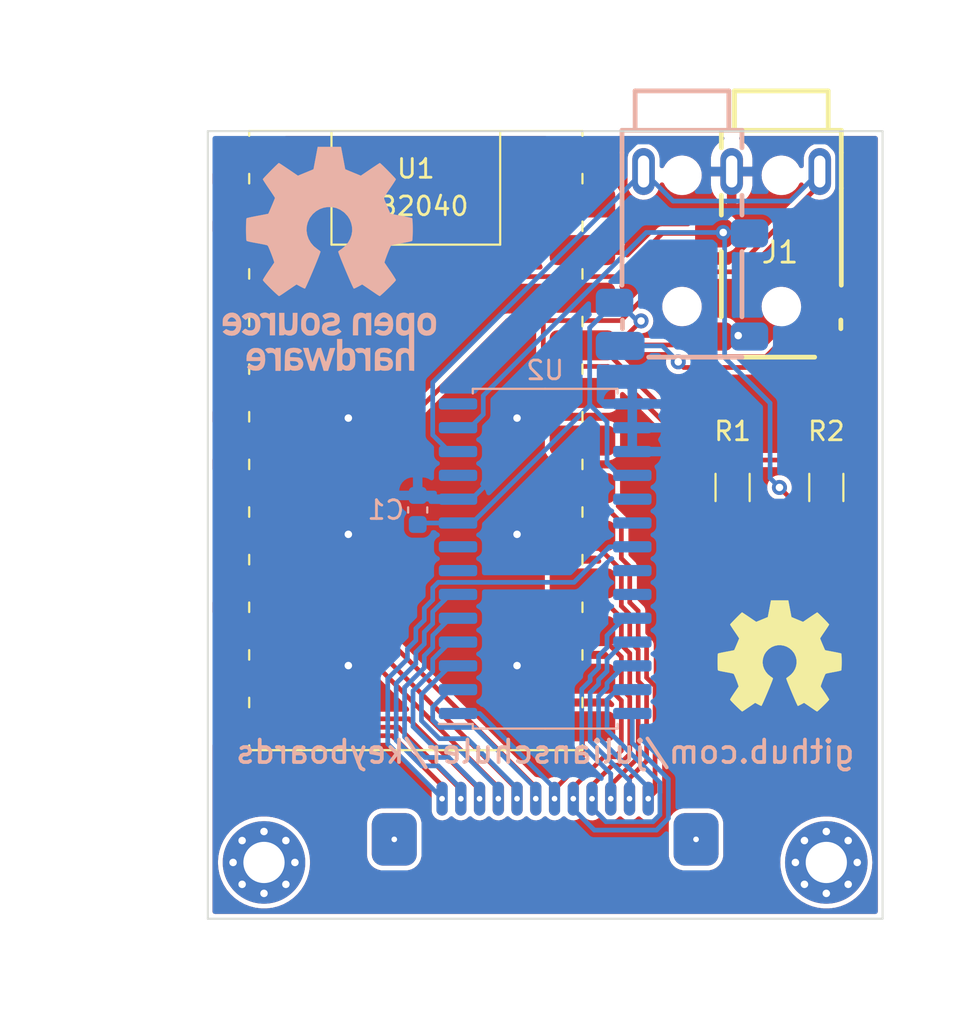
<source format=kicad_pcb>
(kicad_pcb (version 20211014) (generator pcbnew)
  (layers (0 "F.Cu" signal) (31 "B.Cu" signal) (34 "B.Paste" user) (35 "F.Paste" user) (36 "B.SilkS" user "B.Silkscreen") (37 "F.SilkS" user "F.Silkscreen") (38 "B.Mask" user) (39 "F.Mask" user) (44 "Edge.Cuts" user))
  (net 0 "")
  (net 1 "GND")
  (net 2 "/SDA")
  (net 3 "+3V3")
  (net 4 "/SCL")
  (net 5 "unconnected-(J1-PadRN)")
  (net 6 "/ROW1")
  (net 7 "/COL1")
  (net 8 "/COL2")
  (net 9 "/COL3")
  (net 10 "/COL4")
  (net 11 "/COL5")
  (net 12 "/COL6")
  (net 13 "/ROW2")
  (net 14 "/ROW3")
  (net 15 "/ROW4")
  (net 16 "/ROW5")
  (net 17 "/ROW6")
  (net 29 "unconnected-(J1-PadTN)")
  (footprint "MountingHole:MountingHole_2.2mm_M2_Pad_Via" (layer "F.Cu") (at 166 115)
    (fp_text reference "H2" hide)
    (fp_text value "MountingHole_Pad")
    (pad "1" thru_hole circle (at 1.166726 1.166726) (size 0.7 0.7) (drill 0.4) (layers *.Cu *.Mask))
    (pad "1" thru_hole circle (at 0 0) (size 4.4 4.4) (drill 2.2) (layers *.Cu *.Mask))
    (pad "1" thru_hole circle (at 0 1.65) (size 0.7 0.7) (drill 0.4) (layers *.Cu *.Mask))
    (pad "1" thru_hole circle (at 1.166726 -1.166726) (size 0.7 0.7) (drill 0.4) (layers *.Cu *.Mask))
    (pad "1" thru_hole circle (at -1.166726 -1.166726) (size 0.7 0.7) (drill 0.4) (layers *.Cu *.Mask))
    (pad "1" thru_hole circle (at 1.65 0) (size 0.7 0.7) (drill 0.4) (layers *.Cu *.Mask))
    (pad "1" thru_hole circle (at 0 -1.65) (size 0.7 0.7) (drill 0.4) (layers *.Cu *.Mask))
    (pad "1" thru_hole circle (at -1.65 0) (size 0.7 0.7) (drill 0.4) (layers *.Cu *.Mask))
    (pad "1" thru_hole circle (at -1.166726 1.166726) (size 0.7 0.7) (drill 0.4) (layers *.Cu *.Mask))
  )
  (footprint "Custom:Audio_Jack_Dual_Side" (layer "F.Cu") (at 163.6 82.8 -90)
    (fp_text reference "J1" (at -0.3385 1.15) (layer "F.SilkS") (effects (font (size 1.143 1.143) (thickness 0.152)) (justify left)))
    (fp_text value "Audio_Jack" hide)
    (pad "" np_thru_hole circle locked (at -4.45 5.3) (size 1.6 1.6) (drill 1.6) (layers *.Cu *.Mask))
    (pad "" np_thru_hole circle locked (at 2.55 0) (size 1.6 1.6) (drill 1.6) (layers *.Cu *.Mask))
    (pad "" np_thru_hole circle locked (at 2.55 5.3) (size 1.6 1.6) (drill 1.6) (layers *.Cu *.Mask))
    (pad "" np_thru_hole circle locked (at -4.45 0) (size 1.6 1.6) (drill 1.6) (layers *.Cu *.Mask))
    (pad "G" thru_hole oval locked (at -4.65 2.65) (size 1.2 2.5) (drill oval 0.6 1.7) (layers *.Cu *.Mask) (net 1 "GND"))
    (pad "R" smd roundrect locked (at -1.35 1.7) (size 2 1.5) (layers "B.Cu" "B.Paste" "B.Mask") (net 2 "/SDA"))
    (pad "R" smd roundrect locked (at -1.35 3.6) (size 2 1.5) (layers "F.Cu" "F.Paste" "F.Mask") (net 2 "/SDA"))
    (pad "RN" smd roundrect locked (at 4.15 1.7) (size 2 1.5) (layers "B.Cu" "B.Paste" "B.Mask") (net 5 "unconnected-(J1-PadRN)"))
    (pad "RN" smd roundrect locked (at 4.15 3.6) (size 2 1.5) (layers "F.Cu" "F.Paste" "F.Mask") (net 5 "unconnected-(J1-PadRN)"))
    (pad "S" thru_hole oval locked (at -4.65 -2.05) (size 1.2 2.5) (drill oval 0.6 1.7) (layers *.Cu *.Mask) (net 4 "/SCL"))
    (pad "S" thru_hole oval locked (at -4.65 7.35) (size 1.2 2.5) (drill oval 0.6 1.7) (layers *.Cu *.Mask) (net 4 "/SCL"))
    (pad "T" smd roundrect locked (at 2.35 -3.6) (size 2 1.5) (layers "F.Cu" "F.Paste" "F.Mask") (net 3 "+3V3"))
    (pad "T" smd roundrect locked (at 2.35 8.9) (size 2 1.5) (layers "B.Cu" "B.Paste" "B.Mask") (net 3 "+3V3"))
    (pad "TN" smd roundrect locked (at 4.65 -3.3) (size 2.6 1.5) (layers "F.Cu" "F.Paste" "F.Mask") (net 29 "unconnected-(J1-PadTN)"))
    (pad "TN" smd roundrect locked (at 4.65 8.6) (size 2.6 1.5) (layers "B.Cu" "B.Paste" "B.Mask") (net 29 "unconnected-(J1-PadTN)"))
  )
  (footprint "Custom:FPC_Connector" (layer "F.Cu") (at 151 111.6)
    (fp_text reference "J2")
    (fp_text value "FPC_connector" hide)
    (pad "1" thru_hole oval (at -5.5 0 180) (size 0.6 1.8) (drill 0.3) (layers *.Cu *.Paste *.Mask) (net 6 "/ROW1"))
    (pad "2" thru_hole oval (at -4.5 0 180) (size 0.6 1.8) (drill 0.3) (layers *.Cu *.Paste *.Mask) (net 7 "/COL1"))
    (pad "3" thru_hole oval (at -3.5 0 180) (size 0.6 1.8) (drill 0.3) (layers *.Cu *.Paste *.Mask) (net 8 "/COL2"))
    (pad "4" thru_hole oval (at -2.5 0 180) (size 0.6 1.8) (drill 0.3) (layers *.Cu *.Paste *.Mask) (net 9 "/COL3"))
    (pad "5" thru_hole oval (at -1.5 0 180) (size 0.6 1.8) (drill 0.3) (layers *.Cu *.Paste *.Mask) (net 10 "/COL4"))
    (pad "6" thru_hole oval (at -0.5 0 180) (size 0.6 1.8) (drill 0.3) (layers *.Cu *.Paste *.Mask) (net 11 "/COL5"))
    (pad "7" thru_hole oval (at 0.5 0 180) (size 0.6 1.8) (drill 0.3) (layers *.Cu *.Paste *.Mask) (net 12 "/COL6"))
    (pad "8" thru_hole oval (at 1.5 0 180) (size 0.6 1.8) (drill 0.3) (layers *.Cu *.Paste *.Mask) (net 13 "/ROW2"))
    (pad "9" thru_hole oval (at 2.5 0 180) (size 0.6 1.8) (drill 0.3) (layers *.Cu *.Paste *.Mask) (net 14 "/ROW3"))
    (pad "10" thru_hole oval (at 3.5 0 180) (size 0.6 1.8) (drill 0.3) (layers *.Cu *.Paste *.Mask) (net 15 "/ROW4"))
    (pad "11" thru_hole oval (at 4.5 0 180) (size 0.6 1.8) (drill 0.3) (layers *.Cu *.Paste *.Mask) (net 16 "/ROW5"))
    (pad "12" thru_hole oval (at 5.498 -0.001 180) (size 0.6 1.8) (drill 0.3) (layers *.Cu *.Paste *.Mask) (net 17 "/ROW6"))
    (pad "13" thru_hole roundrect (at -8.05 2.169) (size 2.4 2.8) (drill 0.3) (layers *.Cu *.Paste *.Mask))
    (pad "14" thru_hole roundrect (at 8.05 2.169) (size 2.4 2.8) (drill 0.3) (layers *.Cu *.Paste *.Mask) (chamfer_ratio 0.2) (chamfer))
  )
  (footprint "MountingHole:MountingHole_2.2mm_M2_Pad_Via" (layer "F.Cu") (at 136 115)
    (fp_text reference "H1" hide)
    (fp_text value "MountingHole_Pad")
    (pad "1" thru_hole circle (at -1.65 0) (size 0.7 0.7) (drill 0.4) (layers *.Cu *.Mask))
    (pad "1" thru_hole circle (at 0 0) (size 4.4 4.4) (drill 2.2) (layers *.Cu *.Mask))
    (pad "1" thru_hole circle (at 1.166726 1.166726) (size 0.7 0.7) (drill 0.4) (layers *.Cu *.Mask))
    (pad "1" thru_hole circle (at -1.166726 1.166726) (size 0.7 0.7) (drill 0.4) (layers *.Cu *.Mask))
    (pad "1" thru_hole circle (at 0 1.65) (size 0.7 0.7) (drill 0.4) (layers *.Cu *.Mask))
    (pad "1" thru_hole circle (at -1.166726 -1.166726) (size 0.7 0.7) (drill 0.4) (layers *.Cu *.Mask))
    (pad "1" thru_hole circle (at 1.166726 -1.166726) (size 0.7 0.7) (drill 0.4) (layers *.Cu *.Mask))
    (pad "1" thru_hole circle (at 1.65 0) (size 0.7 0.7) (drill 0.4) (layers *.Cu *.Mask))
    (pad "1" thru_hole circle (at 0 -1.65) (size 0.7 0.7) (drill 0.4) (layers *.Cu *.Mask))
  )
  (footprint "Symbol:OSHW-Symbol_6.7x6mm_SilkScreen" (layer "F.Cu") (at 163.5 104)
    (fp_text reference "REF**" hide)
    (fp_text value "OSHW-Symbol_6.7x6mm_SilkScreen" hide)
  )
  (footprint "Custom:Adafruit_KB2040" (layer "F.Cu") (at 144.1 92.5)
    (fp_text reference "U1" (at 0 -14.5 unlocked) (layer "F.SilkS"))
    (fp_text value "Adafruit_KB2040")
    (fp_text user "KB2040" (at -0.1 -12.5 unlocked) (layer "F.SilkS"))
    (pad "1" smd roundrect (at -8.89 -15.24) (size 3.5 1.6) (layers "F.Cu" "F.Paste" "F.Mask"))
    (pad "2" smd roundrect (at -8.89 -12.7) (size 3.5 1.6) (layers "F.Cu" "F.Paste" "F.Mask"))
    (pad "3" smd roundrect (at -8.89 -10.16) (size 3.5 1.6) (layers "F.Cu" "F.Paste" "F.Mask"))
    (pad "4" smd roundrect (at -8.89 -7.62) (size 3.5 1.6) (layers "F.Cu" "F.Paste" "F.Mask") (net 1 "GND"))
    (pad "5" smd roundrect (at -8.89 -5.08) (size 3.5 1.6) (layers "F.Cu" "F.Paste" "F.Mask") (net 1 "GND"))
    (pad "6" smd roundrect (at -8.89 -2.54) (size 3.5 1.6) (layers "F.Cu" "F.Paste" "F.Mask") (net 2 "/SDA"))
    (pad "7" smd roundrect (at -8.89 0) (size 3.5 1.6) (layers "F.Cu" "F.Paste" "F.Mask") (net 4 "/SCL"))
    (pad "8" smd roundrect (at -8.89 2.54) (size 3.5 1.6) (layers "F.Cu" "F.Paste" "F.Mask") (net 11 "/COL5"))
    (pad "9" smd roundrect (at -8.89 5.08) (size 3.5 1.6) (layers "F.Cu" "F.Paste" "F.Mask") (net 10 "/COL4"))
    (pad "10" smd roundrect (at -8.89 7.62) (size 3.5 1.6) (layers "F.Cu" "F.Paste" "F.Mask") (net 9 "/COL3"))
    (pad "11" smd roundrect (at -8.89 10.16) (size 3.5 1.6) (layers "F.Cu" "F.Paste" "F.Mask") (net 8 "/COL2"))
    (pad "12" smd roundrect (at -8.89 12.7) (size 3.5 1.6) (layers "F.Cu" "F.Paste" "F.Mask") (net 7 "/COL1"))
    (pad "13" smd roundrect (at -8.89 15.24) (size 3.5 1.6) (layers "F.Cu" "F.Paste" "F.Mask") (net 6 "/ROW1"))
    (pad "14" smd roundrect (at 8.89 15.24) (size 3.5 1.6) (layers "F.Cu" "F.Paste" "F.Mask") (net 12 "/COL6"))
    (pad "15" smd roundrect (at 8.89 12.7) (size 3.5 1.6) (layers "F.Cu" "F.Paste" "F.Mask") (net 13 "/ROW2"))
    (pad "16" smd roundrect (at 8.89 10.16) (size 3.5 1.6) (layers "F.Cu" "F.Paste" "F.Mask") (net 14 "/ROW3"))
    (pad "17" smd roundrect (at 8.89 7.62) (size 3.5 1.6) (layers "F.Cu" "F.Paste" "F.Mask") (net 15 "/ROW4"))
    (pad "18" smd roundrect (at 8.89 5.08) (size 3.5 1.6) (layers "F.Cu" "F.Paste" "F.Mask") (net 16 "/ROW5"))
    (pad "19" smd roundrect (at 8.89 2.54) (size 3.5 1.6) (layers "F.Cu" "F.Paste" "F.Mask") (net 17 "/ROW6"))
    (pad "20" smd roundrect (at 8.89 0) (size 3.5 1.6) (layers "F.Cu" "F.Paste" "F.Mask"))
    (pad "21" smd roundrect (at 8.89 -2.54) (size 3.5 1.6) (layers "F.Cu" "F.Paste" "F.Mask"))
    (pad "22" smd roundrect (at 8.89 -5.08) (size 3.5 1.6) (layers "F.Cu" "F.Paste" "F.Mask") (net 3 "+3V3"))
    (pad "23" smd roundrect (at 8.89 -7.62) (size 3.5 1.6) (layers "F.Cu" "F.Paste" "F.Mask"))
    (pad "24" smd roundrect (at 8.89 -10.16) (size 3.5 1.6) (layers "F.Cu" "F.Paste" "F.Mask") (net 1 "GND"))
    (pad "25" smd roundrect (at 8.89 -12.7) (size 3.5 1.6) (layers "F.Cu" "F.Paste" "F.Mask"))
    (pad "26" smd roundrect (at 8.89 -15.24) (size 3.5 1.6) (layers "F.Cu" "F.Paste" "F.Mask"))
  )
  (footprint "Resistor_SMD:R_1206_3216Metric" (layer "F.Cu") (at 161 95 90)
    (fp_text reference "R1" (at 3 0 180) (layer "F.SilkS"))
    (fp_text value "1k")
    (pad "1" smd roundrect (at -1.4625 0 90) (size 1.125 1.75) (layers "F.Cu" "F.Paste" "F.Mask") (roundrect_rratio 0.222222) (net 4 "/SCL"))
    (pad "2" smd roundrect (at 1.4625 0 90) (size 1.125 1.75) (layers "F.Cu" "F.Paste" "F.Mask") (roundrect_rratio 0.222222) (net 3 "+3V3"))
  )
  (footprint "Resistor_SMD:R_1206_3216Metric" (layer "F.Cu") (at 166 95 90)
    (fp_text reference "R2" (at 3 0 180) (layer "F.SilkS"))
    (fp_text value "1k")
    (pad "1" smd roundrect (at -1.4625 0 90) (size 1.125 1.75) (layers "F.Cu" "F.Paste" "F.Mask") (roundrect_rratio 0.222222) (net 2 "/SDA"))
    (pad "2" smd roundrect (at 1.4625 0 90) (size 1.125 1.75) (layers "F.Cu" "F.Paste" "F.Mask") (roundrect_rratio 0.222222) (net 3 "+3V3"))
  )
  (footprint "Package_SO:SOIC-28W_7.5x17.9mm_P1.27mm" (layer "B.Cu") (at 151 98.8)
    (fp_text reference "U2" (at 0 -10.05 180) (layer "B.SilkS") (effects (justify mirror)))
    (fp_text value "MCP23017_SO")
    (pad "1" smd roundrect locked (at -4.65 8.255) (size 2.05 0.6) (layers "B.Cu" "B.Paste" "B.Mask") (net 12 "/COL6"))
    (pad "2" smd roundrect locked (at -4.65 6.985) (size 2.05 0.6) (layers "B.Cu" "B.Paste" "B.Mask") (net 11 "/COL5"))
    (pad "3" smd roundrect locked (at -4.65 5.715) (size 2.05 0.6) (layers "B.Cu" "B.Paste" "B.Mask") (net 10 "/COL4"))
    (pad "4" smd roundrect locked (at -4.65 4.445) (size 2.05 0.6) (layers "B.Cu" "B.Paste" "B.Mask") (net 9 "/COL3"))
    (pad "5" smd roundrect locked (at -4.65 3.175) (size 2.05 0.6) (layers "B.Cu" "B.Paste" "B.Mask") (net 8 "/COL2"))
    (pad "6" smd roundrect locked (at -4.65 1.905) (size 2.05 0.6) (layers "B.Cu" "B.Paste" "B.Mask") (net 7 "/COL1"))
    (pad "7" smd roundrect locked (at -4.65 0.635) (size 2.05 0.6) (layers "B.Cu" "B.Paste" "B.Mask"))
    (pad "8" smd roundrect locked (at -4.65 -0.635) (size 2.05 0.6) (layers "B.Cu" "B.Paste" "B.Mask"))
    (pad "9" smd roundrect locked (at -4.65 -1.905) (size 2.05 0.6) (layers "B.Cu" "B.Paste" "B.Mask") (net 3 "+3V3"))
    (pad "10" smd roundrect locked (at -4.65 -3.175) (size 2.05 0.6) (layers "B.Cu" "B.Paste" "B.Mask") (net 1 "GND"))
    (pad "11" smd roundrect locked (at -4.65 -4.445) (size 2.05 0.6) (layers "B.Cu" "B.Paste" "B.Mask"))
    (pad "12" smd roundrect locked (at -4.65 -5.715) (size 2.05 0.6) (layers "B.Cu" "B.Paste" "B.Mask") (net 4 "/SCL"))
    (pad "13" smd roundrect locked (at -4.65 -6.985) (size 2.05 0.6) (layers "B.Cu" "B.Paste" "B.Mask") (net 2 "/SDA"))
    (pad "14" smd roundrect locked (at -4.65 -8.255) (size 2.05 0.6) (layers "B.Cu" "B.Paste" "B.Mask"))
    (pad "15" smd roundrect locked (at 4.65 -8.255) (size 2.05 0.6) (layers "B.Cu" "B.Paste" "B.Mask") (net 1 "GND"))
    (pad "16" smd roundrect locked (at 4.65 -6.985) (size 2.05 0.6) (layers "B.Cu" "B.Paste" "B.Mask") (net 1 "GND"))
    (pad "17" smd roundrect locked (at 4.65 -5.715) (size 2.05 0.6) (layers "B.Cu" "B.Paste" "B.Mask") (net 1 "GND"))
    (pad "18" smd roundrect locked (at 4.65 -4.445) (size 2.05 0.6) (layers "B.Cu" "B.Paste" "B.Mask") (net 3 "+3V3"))
    (pad "19" smd roundrect locked (at 4.65 -3.175) (size 2.05 0.6) (layers "B.Cu" "B.Paste" "B.Mask"))
    (pad "20" smd roundrect locked (at 4.65 -1.905) (size 2.05 0.6) (layers "B.Cu" "B.Paste" "B.Mask"))
    (pad "21" smd roundrect locked (at 4.65 -0.635) (size 2.05 0.6) (layers "B.Cu" "B.Paste" "B.Mask") (net 6 "/ROW1"))
    (pad "22" smd roundrect locked (at 4.65 0.635) (size 2.05 0.6) (layers "B.Cu" "B.Paste" "B.Mask"))
    (pad "23" smd roundrect locked (at 4.65 1.905) (size 2.05 0.6) (layers "B.Cu" "B.Paste" "B.Mask"))
    (pad "24" smd roundrect locked (at 4.65 3.175) (size 2.05 0.6) (layers "B.Cu" "B.Paste" "B.Mask") (net 15 "/ROW4"))
    (pad "25" smd roundrect locked (at 4.65 4.445) (size 2.05 0.6) (layers "B.Cu" "B.Paste" "B.Mask") (net 16 "/ROW5"))
    (pad "26" smd roundrect locked (at 4.65 5.715) (size 2.05 0.6) (layers "B.Cu" "B.Paste" "B.Mask") (net 17 "/ROW6"))
    (pad "27" smd roundrect locked (at 4.65 6.985) (size 2.05 0.6) (layers "B.Cu" "B.Paste" "B.Mask") (net 14 "/ROW3"))
    (pad "28" smd roundrect locked (at 4.65 8.255) (size 2.05 0.6) (layers "B.Cu" "B.Paste" "B.Mask") (net 13 "/ROW2"))
  )
  (footprint "Symbol:OSHW-Logo_11.4x12mm_SilkScreen" (layer "B.Cu") (at 139.5 82.8 180)
    (fp_text reference "REF**" hide)
    (fp_text value "OSHW-Logo_11.4x12mm_SilkScreen" hide)
  )
  (footprint "Capacitor_SMD:C_0603_1608Metric" (layer "B.Cu") (at 144.2 96.2 90)
    (fp_text reference "C1" (at 0 -1.7 180) (layer "B.SilkS") (effects (justify mirror)))
    (fp_text value "100n")
    (pad "1" smd roundrect locked (at -0.775 0 90) (size 0.9 0.95) (layers "B.Cu" "B.Paste" "B.Mask") (net 3 "+3V3"))
    (pad "2" smd roundrect locked (at 0.775 0 90) (size 0.9 0.95) (layers "B.Cu" "B.Paste" "B.Mask") (net 1 "GND"))
  )
  (gr_line (start 133 76) (end 133 118) (layer "Edge.Cuts") (width 0.1))
  (gr_line (start 169 76) (end 133 76) (layer "Edge.Cuts") (width 0.1))
  (gr_line (start 133 118) (end 169 118) (layer "Edge.Cuts") (width 0.1))
  (gr_line (start 169 118) (end 169 76) (layer "Edge.Cuts") (width 0.1))
  (gr_text "github.com/julianschuler/keyboards" (at 151 109.1) (layer "B.SilkS") (effects (font (size 1.2 1.2) (thickness 0.2)) (justify mirror)))
  (segment (start 160.95 79.85) (end 160.5 80.3) (width 0.25) (layer "F.Cu") (net 1))
  (segment (start 142.92 84.88) (end 145.46 82.34) (width 0.25) (layer "F.Cu") (net 1))
  (segment (start 145.46 82.34) (end 152.99 82.34) (width 0.25) (layer "F.Cu") (net 1))
  (segment (start 160.95 78.15) (end 160.95 79.85) (width 0.25) (layer "F.Cu") (net 1))
  (segment (start 149.5 97.5) (end 149.5 104.5) (width 0.25) (layer "F.Cu") (net 1))
  (segment (start 160.5 80.3) (end 157.641071 80.3) (width 0.25) (layer "F.Cu") (net 1))
  (segment (start 135.21 84.88) (end 142.92 84.88) (width 0.25) (layer "F.Cu") (net 1))
  (segment (start 155.601071 82.34) (end 152.99 82.34) (width 0.25) (layer "F.Cu") (net 1))
  (segment (start 157.641071 80.3) (end 155.601071 82.34) (width 0.25) (layer "F.Cu") (net 1))
  (segment (start 149.5 91.3) (end 149.5 97.5) (width 0.25) (layer "F.Cu") (net 1))
  (segment (start 135.21 87.42) (end 135.21 84.88) (width 0.25) (layer "F.Cu") (net 1))
  (via (at 140.5 97.5) (size 0.8) (drill 0.4) (layers "F.Cu" "B.Cu") (net 1))
  (via (at 149.5 104.5) (size 0.8) (drill 0.4) (layers "F.Cu" "B.Cu") (net 1))
  (via (at 149.5 91.3) (size 0.8) (drill 0.4) (layers "F.Cu" "B.Cu") (net 1))
  (via (at 140.5 104.5) (size 0.8) (drill 0.4) (layers "F.Cu" "B.Cu") (net 1))
  (via (at 149.5 97.5) (size 0.8) (drill 0.4) (layers "F.Cu" "B.Cu") (net 1))
  (via (at 140.5 91.3) (size 0.8) (drill 0.4) (layers "F.Cu" "B.Cu") (net 1))
  (segment (start 149.5 91.3) (end 149.5 93.2) (width 0.25) (layer "B.Cu") (net 1))
  (segment (start 140.5 97.5) (end 140.5 91.3) (width 0.25) (layer "B.Cu") (net 1))
  (segment (start 155.223928 93.085) (end 155.65 93.085) (width 0.25) (layer "B.Cu") (net 1))
  (segment (start 164.224511 95.300103) (end 163.800103 95.724511) (width 0.25) (layer "B.Cu") (net 1))
  (segment (start 160.95 78.15) (end 161.95 78.15) (width 0.25) (layer "B.Cu") (net 1))
  (segment (start 160.95 78.15) (end 159.95 78.15) (width 0.25) (layer "B.Cu") (net 1))
  (segment (start 166.07548 76.57548) (end 166.6 77.1) (width 0.25) (layer "B.Cu") (net 1))
  (segment (start 155.65 93.085) (end 155.65 91.815) (width 0.25) (layer "B.Cu") (net 1))
  (segment (start 159.824511 95.724511) (end 157.185 93.085) (width 0.25) (layer "B.Cu") (net 1))
  (segment (start 161.95 78.15) (end 163.52452 76.57548) (width 0.25) (layer "B.Cu") (net 1))
  (segment (start 159.95 78.15) (end 158.37548 76.57548) (width 0.25) (layer "B.Cu") (net 1))
  (segment (start 144.4 95.625) (end 144.2 95.425) (width 0.25) (layer "B.Cu") (net 1))
  (segment (start 166.6 77.1) (end 166.6 80.449042) (width 0.25) (layer "B.Cu") (net 1))
  (segment (start 157.185 93.085) (end 155.65 93.085) (width 0.25) (layer "B.Cu") (net 1))
  (segment (start 163.800103 95.724511) (end 159.824511 95.724511) (width 0.25) (layer "B.Cu") (net 1))
  (segment (start 166.6 80.449042) (end 164.9 82.149042) (width 0.25) (layer "B.Cu") (net 1))
  (segment (start 144.2 95.425) (end 142.575 95.425) (width 0.25) (layer "B.Cu") (net 1))
  (segment (start 140.5 97.5) (end 140.5 104.5) (width 0.25) (layer "B.Cu") (net 1))
  (segment (start 155.65 91.815) (end 155.65 90.545) (width 0.25) (layer "B.Cu") (net 1))
  (segment (start 142.575 95.425) (end 140.5 97.5) (width 0.25) (layer "B.Cu") (net 1))
  (segment (start 164.9 82.149042) (end 164.9 94.6) (width 0.25) (layer "B.Cu") (net 1))
  (segment (start 155.867052 76.57548) (end 144.2 88.242532) (width 0.25) (layer "B.Cu") (net 1))
  (segment (start 149.5 93.2) (end 147.075 95.625) (width 0.25) (layer "B.Cu") (net 1))
  (segment (start 147.075 95.625) (end 146.35 95.625) (width 0.25) (layer "B.Cu") (net 1))
  (segment (start 146.35 95.625) (end 144.4 95.625) (width 0.25) (layer "B.Cu") (net 1))
  (segment (start 163.52452 76.57548) (end 166.07548 76.57548) (width 0.25) (layer "B.Cu") (net 1))
  (segment (start 144.2 88.242532) (end 144.2 95.425) (width 0.25) (layer "B.Cu") (net 1))
  (segment (start 164.224511 95.275489) (end 164.224511 95.300103) (width 0.25) (layer "B.Cu") (net 1))
  (segment (start 158.37548 76.57548) (end 155.867052 76.57548) (width 0.25) (layer "B.Cu") (net 1))
  (segment (start 164.9 94.6) (end 164.224511 95.275489) (width 0.25) (layer "B.Cu") (net 1))
  (segment (start 147.54452 83.75548) (end 141.34 89.96) (width 0.25) (layer "F.Cu") (net 2))
  (segment (start 160.45 81.45) (end 160 81.45) (width 0.25) (layer "F.Cu") (net 2))
  (segment (start 160.5 81.4) (end 160.45 81.45) (width 0.25) (layer "F.Cu") (net 2))
  (segment (start 154.94452 83.75548) (end 147.54452 83.75548) (width 0.25) (layer "F.Cu") (net 2))
  (segment (start 164.9625 96.4625) (end 165.5 96.4625) (width 0.25) (layer "F.Cu") (net 2))
  (segment (start 160 81.45) (end 157.25 81.45) (width 0.25) (layer "F.Cu") (net 2))
  (segment (start 157.25 81.45) (end 154.94452 83.75548) (width 0.25) (layer "F.Cu") (net 2))
  (segment (start 141.34 89.96) (end 135.21 89.96) (width 0.25) (layer "F.Cu") (net 2))
  (segment (start 163.5 95) (end 164.9625 96.4625) (width 0.25) (layer "F.Cu") (net 2))
  (via (at 160.5 81.4) (size 0.8) (drill 0.4) (layers "F.Cu" "B.Cu") (net 2))
  (via (at 163.5 95) (size 0.8) (drill 0.4) (layers "F.Cu" "B.Cu") (net 2))
  (segment (start 160.5 81.4) (end 160.57548 81.47548) (width 0.25) (layer "B.Cu") (net 2))
  (segment (start 156.4 81.4) (end 147.69952 90.10048) (width 0.25) (layer "B.Cu") (net 2))
  (segment (start 147.69952 91.10048) (end 146.985 91.815) (width 0.25) (layer "B.Cu") (net 2))
  (segment (start 161.85 81.4) (end 161.9 81.45) (width 0.25) (layer "B.Cu") (net 2))
  (segment (start 160.5 81.4) (end 156.4 81.4) (width 0.25) (layer "B.Cu") (net 2))
  (segment (start 163 90.5) (end 163 94.5) (width 0.25) (layer "B.Cu") (net 2))
  (segment (start 160.57548 88.07548) (end 163 90.5) (width 0.25) (layer "B.Cu") (net 2))
  (segment (start 163 94.5) (end 163.5 95) (width 0.25) (layer "B.Cu") (net 2))
  (segment (start 147.69952 90.10048) (end 147.69952 91.10048) (width 0.25) (layer "B.Cu") (net 2))
  (segment (start 160.57548 81.47548) (end 160.57548 88.07548) (width 0.25) (layer "B.Cu") (net 2))
  (segment (start 160.5 81.4) (end 161.85 81.4) (width 0.25) (layer "B.Cu") (net 2))
  (segment (start 146.985 91.815) (end 146.35 91.815) (width 0.25) (layer "B.Cu") (net 2))
  (segment (start 153.92 87.42) (end 152.99 87.42) (width 0.25) (layer "F.Cu") (net 3))
  (segment (start 161 93.5375) (end 160.0375 93.5375) (width 0.25) (layer "F.Cu") (net 3))
  (segment (start 155.4 87.4) (end 158.46073 87.4) (width 0.25) (layer "F.Cu") (net 3))
  (segment (start 153.01 87.4) (end 155.4 87.4) (width 0.25) (layer "F.Cu") (net 3))
  (segment (start 161 93.5375) (end 166 93.5375) (width 0.25) (layer "F.Cu") (net 3))
  (segment (start 158.46073 87.4) (end 159.08525 88.02452) (width 0.25) (layer "F.Cu") (net 3))
  (segment (start 160.0375 93.5375) (end 153.92 87.42) (width 0.25) (layer "F.Cu") (net 3))
  (segment (start 153.92 87.92) (end 153.49 87.92) (width 0.25) (layer "F.Cu") (net 3))
  (segment (start 155.4 86.835539) (end 155.4 87.4) (width 0.25) (layer "F.Cu") (net 3))
  (segment (start 153.49 87.92) (end 152.99 87.42) (width 0.25) (layer "F.Cu") (net 3))
  (segment (start 159.08525 88.02452) (end 162.77548 88.02452) (width 0.25) (layer "F.Cu") (net 3))
  (segment (start 162.77548 88.02452) (end 165.65 85.15) (width 0.25) (layer "F.Cu") (net 3))
  (segment (start 152.99 87.42) (end 153.01 87.4) (width 0.25) (layer "F.Cu") (net 3))
  (segment (start 156.116115 86.119424) (end 155.4 86.835539) (width 0.25) (layer "F.Cu") (net 3))
  (segment (start 165.65 85.15) (end 167.2 85.15) (width 0.25) (layer "F.Cu") (net 3))
  (via (at 156.116115 86.119424) (size 0.8) (drill 0.4) (layers "F.Cu" "B.Cu") (net 3))
  (segment (start 155.65 94.355) (end 154.955 94.355) (width 0.25) (layer "B.Cu") (net 3))
  (segment (start 153.37548 86.47452) (end 153.37548 90.295592) (width 0.25) (layer "B.Cu") (net 3))
  (segment (start 155.919424 86.119424) (end 156.116115 86.119424) (width 0.25) (layer "B.Cu") (net 3))
  (segment (start 154.7 85.15) (end 153.37548 86.47452) (width 0.25) (layer "B.Cu") (net 3))
  (segment (start 153.37548 90.295592) (end 153.37548 90.62452) (width 0.25) (layer "B.Cu") (net 3))
  (segment (start 154.30048 91.50048) (end 153.37548 90.57548) (width 0.25) (layer "B.Cu") (net 3))
  (segment (start 153.37548 90.57548) (end 153.37548 90.295592) (width 0.25) (layer "B.Cu") (net 3))
  (segment (start 154.65 85.15) (end 154.7 85.15) (width 0.25) (layer "B.Cu") (net 3))
  (segment (start 147.105 96.895) (end 146.35 96.895) (width 0.25) (layer "B.Cu") (net 3))
  (segment (start 144.28 96.895) (end 144.2 96.975) (width 0.25) (layer "B.Cu") (net 3))
  (segment (start 155.146691 85.15) (end 154.7 85.15) (width 0.25) (layer "B.Cu") (net 3))
  (segment (start 154.95 85.15) (end 155.919424 86.119424) (width 0.25) (layer "B.Cu") (net 3))
  (segment (start 154.30048 93.70048) (end 154.30048 91.50048) (width 0.25) (layer "B.Cu") (net 3))
  (segment (start 154.955 94.355) (end 154.30048 93.70048) (width 0.25) (layer "B.Cu") (net 3))
  (segment (start 146.35 96.895) (end 144.28 96.895) (width 0.25) (layer "B.Cu") (net 3))
  (segment (start 153.37548 90.62452) (end 147.105 96.895) (width 0.25) (layer "B.Cu") (net 3))
  (segment (start 154.7 85.15) (end 154.95 85.15) (width 0.25) (layer "B.Cu") (net 3))
  (segment (start 157.644626 83.5) (end 161 83.5) (width 0.25) (layer "F.Cu") (net 4))
  (segment (start 151.339894 88.54452) (end 154.349146 88.54452) (width 0.25) (layer "F.Cu") (net 4))
  (segment (start 161 83.5) (end 165.65 78.85) (width 0.25) (layer "F.Cu") (net 4))
  (segment (start 154.349146 88.54452) (end 159.80048 93.995854) (width 0.25) (layer "F.Cu") (net 4))
  (segment (start 142.595374 92.5) (end 148.995374 86.1) (width 0.25) (layer "F.Cu") (net 4))
  (segment (start 161 95.5) (end 161 96.4625) (width 0.25) (layer "F.Cu") (net 4))
  (segment (start 150.9 86.1) (end 150.9 88.104626) (width 0.25) (layer "F.Cu") (net 4))
  (segment (start 135.21 92.5) (end 142.595374 92.5) (width 0.25) (layer "F.Cu") (net 4))
  (segment (start 165.65 78.85) (end 165.65 78.15) (width 0.25) (layer "F.Cu") (net 4))
  (segment (start 159.80048 93.995854) (end 159.80048 94.30048) (width 0.25) (layer "F.Cu") (net 4))
  (segment (start 155.044626 86.1) (end 157.644626 83.5) (width 0.25) (layer "F.Cu") (net 4))
  (segment (start 150.9 88.104626) (end 151.339894 88.54452) (width 0.25) (layer "F.Cu") (net 4))
  (segment (start 150.9 86.1) (end 155.044626 86.1) (width 0.25) (layer "F.Cu") (net 4))
  (segment (start 148.995374 86.1) (end 150.9 86.1) (width 0.25) (layer "F.Cu") (net 4))
  (segment (start 159.80048 94.30048) (end 161 95.5) (width 0.25) (layer "F.Cu") (net 4))
  (segment (start 157.82452 79.72452) (end 164.07548 79.72452) (width 0.25) (layer "B.Cu") (net 4))
  (segment (start 164.07548 79.72452) (end 165.65 78.15) (width 0.25) (layer "B.Cu") (net 4))
  (segment (start 145.00048 89.39952) (end 145.00048 92.20048) (width 0.25) (layer "B.Cu") (net 4))
  (segment (start 156.25 78.15) (end 157.82452 79.72452) (width 0.25) (layer "B.Cu") (net 4))
  (segment (start 145.885 93.085) (end 146.35 93.085) (width 0.25) (layer "B.Cu") (net 4))
  (segment (start 145.00048 92.20048) (end 145.885 93.085) (width 0.25) (layer "B.Cu") (net 4))
  (segment (start 156.25 78.15) (end 145.00048 89.39952) (width 0.25) (layer "B.Cu") (net 4))
  (segment (start 161.29998 86.9) (end 161.24998 86.95) (width 0.25) (layer "F.Cu") (net 5))
  (segment (start 161.24998 86.95) (end 160 86.95) (width 0.25) (layer "F.Cu") (net 5))
  (via (at 161.29998 86.9) (size 0.8) (drill 0.4) (layers "F.Cu" "B.Cu") (net 5))
  (segment (start 161.34998 86.95) (end 161.9 86.95) (width 0.25) (layer "B.Cu") (net 5))
  (segment (start 161.29998 86.9) (end 161.34998 86.95) (width 0.25) (layer "B.Cu") (net 5))
  (segment (start 145.5 110.9) (end 145.5 111.6) (width 0.25) (layer "F.Cu") (net 6))
  (segment (start 135.21 107.74) (end 135.71 108.24) (width 0.25) (layer "F.Cu") (net 6))
  (segment (start 135.71 108.24) (end 142.84 108.24) (width 0.25) (layer "F.Cu") (net 6))
  (segment (start 142.84 108.24) (end 145.5 110.9) (width 0.25) (layer "F.Cu") (net 6))
  (segment (start 144.10144 103.160334) (end 144.10144 102.526052) (width 0.25) (layer "B.Cu") (net 6))
  (segment (start 145.5 111.571436) (end 142.60192 108.673355) (width 0.25) (layer "B.Cu") (net 6))
  (segment (start 142.60192 108.673355) (end 142.60192 105.19808) (width 0.25) (layer "B.Cu") (net 6))
  (segment (start 144.10144 102.526052) (end 144.55096 102.076532) (width 0.25) (layer "B.Cu") (net 6))
  (segment (start 144.55096 102.076532) (end 144.55096 101.44225) (width 0.25) (layer "B.Cu") (net 6))
  (segment (start 143.65192 104.14808) (end 143.65192 103.609854) (width 0.25) (layer "B.Cu") (net 6))
  (segment (start 145.00048 100.99273) (end 145.00048 100.358448) (width 0.25) (layer "B.Cu") (net 6))
  (segment (start 145.5 111.6) (end 145.5 111) (width 0.25) (layer "B.Cu") (net 6))
  (segment (start 143.65192 103.609854) (end 144.10144 103.160334) (width 0.25) (layer "B.Cu") (net 6))
  (segment (start 144.55096 101.44225) (end 145.00048 100.99273) (width 0.25) (layer "B.Cu") (net 6))
  (segment (start 152.54048 100.05952) (end 154.435 98.165) (width 0.25) (layer "B.Cu") (net 6))
  (segment (start 145.299408 100.05952) (end 152.54048 100.05952) (width 0.25) (layer "B.Cu") (net 6))
  (segment (start 145.00048 100.358448) (end 145.299408 100.05952) (width 0.25) (layer "B.Cu") (net 6))
  (segment (start 142.60192 105.19808) (end 143.65192 104.14808) (width 0.25) (layer "B.Cu") (net 6))
  (segment (start 145.5 111.6) (end 145.5 111.571436) (width 0.25) (layer "B.Cu") (net 6))
  (segment (start 154.435 98.165) (end 155.65 98.165) (width 0.25) (layer "B.Cu") (net 6))
  (segment (start 143.173684 107.79048) (end 138.29048 107.79048) (width 0.25) (layer "F.Cu") (net 7))
  (segment (start 146.5 111.6) (end 146.5 111.116796) (width 0.25) (layer "F.Cu") (net 7))
  (segment (start 146.5 111.116796) (end 143.173684 107.79048) (width 0.25) (layer "F.Cu") (net 7))
  (segment (start 138.29048 107.79048) (end 135.7 105.2) (width 0.25) (layer "F.Cu") (net 7))
  (segment (start 135.7 105.2) (end 135.21 105.2) (width 0.25) (layer "F.Cu") (net 7))
  (segment (start 145.00048 102.26273) (end 145.00048 101.628448) (width 0.25) (layer "B.Cu") (net 7))
  (segment (start 146.5 111.05) (end 145.29952 109.84952) (width 0.25) (layer "B.Cu") (net 7))
  (segment (start 143.05144 105.44856) (end 144.10144 104.39856) (width 0.25) (layer "B.Cu") (net 7))
  (segment (start 145.00048 101.628448) (end 145.923928 100.705) (width 0.25) (layer "B.Cu") (net 7))
  (segment (start 144.413802 109.84952) (end 143.05144 108.487158) (width 0.25) (layer "B.Cu") (net 7))
  (segment (start 144.10144 104.39856) (end 144.10144 103.796052) (width 0.25) (layer "B.Cu") (net 7))
  (segment (start 144.10144 103.796052) (end 144.55096 103.346532) (width 0.25) (layer "B.Cu") (net 7))
  (segment (start 143.05144 108.487158) (end 143.05144 105.44856) (width 0.25) (layer "B.Cu") (net 7))
  (segment (start 145.923928 100.705) (end 146.35 100.705) (width 0.25) (layer "B.Cu") (net 7))
  (segment (start 145.29952 109.84952) (end 144.413802 109.84952) (width 0.25) (layer "B.Cu") (net 7))
  (segment (start 144.55096 102.71225) (end 145.00048 102.26273) (width 0.25) (layer "B.Cu") (net 7))
  (segment (start 146.5 111.6) (end 146.5 111.05) (width 0.25) (layer "B.Cu") (net 7))
  (segment (start 144.55096 103.346532) (end 144.55096 102.71225) (width 0.25) (layer "B.Cu") (net 7))
  (segment (start 143.724164 107.34096) (end 147.5 111.116796) (width 0.25) (layer "F.Cu") (net 8))
  (segment (start 135.21 102.66) (end 135.51 102.66) (width 0.25) (layer "F.Cu") (net 8))
  (segment (start 135.51 102.66) (end 140.19096 107.34096) (width 0.25) (layer "F.Cu") (net 8))
  (segment (start 147.5 111.116796) (end 147.5 111.6) (width 0.25) (layer "F.Cu") (net 8))
  (segment (start 140.19096 107.34096) (end 143.724164 107.34096) (width 0.25) (layer "F.Cu") (net 8))
  (segment (start 145.00048 103.53273) (end 145.00048 102.898448) (width 0.25) (layer "B.Cu") (net 8))
  (segment (start 144.6 109.4) (end 143.50096 108.30096) (width 0.25) (layer "B.Cu") (net 8))
  (segment (start 147.5 111.05) (end 145.85 109.4) (width 0.25) (layer "B.Cu") (net 8))
  (segment (start 144.55096 104.616532) (end 144.55096 103.98225) (width 0.25) (layer "B.Cu") (net 8))
  (segment (start 143.50096 108.30096) (end 143.50096 105.666532) (width 0.25) (layer "B.Cu") (net 8))
  (segment (start 145.923928 101.975) (end 146.35 101.975) (width 0.25) (layer "B.Cu") (net 8))
  (segment (start 145.00048 102.898448) (end 145.923928 101.975) (width 0.25) (layer "B.Cu") (net 8))
  (segment (start 145.85 109.4) (end 144.6 109.4) (width 0.25) (layer "B.Cu") (net 8))
  (segment (start 143.50096 105.666532) (end 144.55096 104.616532) (width 0.25) (layer "B.Cu") (net 8))
  (segment (start 147.5 111.6) (end 147.5 111.05) (width 0.25) (layer "B.Cu") (net 8))
  (segment (start 144.55096 103.98225) (end 145.00048 103.53273) (width 0.25) (layer "B.Cu") (net 8))
  (segment (start 148.5 111.6) (end 148.5 111) (width 0.25) (layer "F.Cu") (net 9))
  (segment (start 148.5 111) (end 137.62 100.12) (width 0.25) (layer "F.Cu") (net 9))
  (segment (start 137.62 100.12) (end 135.21 100.12) (width 0.25) (layer "F.Cu") (net 9))
  (segment (start 143.95048 107.75048) (end 143.95048 105.85273) (width 0.25) (layer "B.Cu") (net 9))
  (segment (start 146.29952 108.84952) (end 145.04952 108.84952) (width 0.25) (layer "B.Cu") (net 9))
  (segment (start 145.04952 108.84952) (end 143.95048 107.75048) (width 0.25) (layer "B.Cu") (net 9))
  (segment (start 145.923928 103.245) (end 146.35 103.245) (width 0.25) (layer "B.Cu") (net 9))
  (segment (start 143.95048 105.85273) (end 145.00048 104.80273) (width 0.25) (layer "B.Cu") (net 9))
  (segment (start 148.5 111.6) (end 148.5 111.05) (width 0.25) (layer "B.Cu") (net 9))
  (segment (start 145.00048 104.168448) (end 145.923928 103.245) (width 0.25) (layer "B.Cu") (net 9))
  (segment (start 145.00048 104.80273) (end 145.00048 104.168448) (width 0.25) (layer "B.Cu") (net 9))
  (segment (start 148.5 111.05) (end 146.29952 108.84952) (width 0.25) (layer "B.Cu") (net 9))
  (segment (start 149.5 111.1) (end 149.5 111.6) (width 0.25) (layer "F.Cu") (net 10))
  (segment (start 135.21 97.58) (end 135.98 97.58) (width 0.25) (layer "F.Cu") (net 10))
  (segment (start 135.98 97.58) (end 149.5 111.1) (width 0.25) (layer "F.Cu") (net 10))
  (segment (start 149.5 111.05) (end 146.85 108.4) (width 0.25) (layer "B.Cu") (net 10))
  (segment (start 145.363211 108.4) (end 144.4 107.436789) (width 0.25) (layer "B.Cu") (net 10))
  (segment (start 145.923928 104.515) (end 146.35 104.515) (width 0.25) (layer "B.Cu") (net 10))
  (segment (start 144.4 106.038928) (end 145.923928 104.515) (width 0.25) (layer "B.Cu") (net 10))
  (segment (start 149.5 111.6) (end 149.5 111.05) (width 0.25) (layer "B.Cu") (net 10))
  (segment (start 144.4 107.436789) (end 144.4 106.038928) (width 0.25) (layer "B.Cu") (net 10))
  (segment (start 146.85 108.4) (end 145.363211 108.4) (width 0.25) (layer "B.Cu") (net 10))
  (segment (start 135.444626 95.274626) (end 135.444626 95.54) (width 0.25) (layer "F.Cu") (net 11))
  (segment (start 150.5 111) (end 150.5 111.6) (width 0.25) (layer "F.Cu") (net 11))
  (segment (start 135.21 95.04) (end 135.444626 95.04) (width 0.25) (layer "F.Cu") (net 11))
  (segment (start 137.28452 97.78452) (end 150.5 111) (width 0.25) (layer "F.Cu") (net 11))
  (segment (start 137.28452 96.879894) (end 137.28452 97.78452) (width 0.25) (layer "F.Cu") (net 11))
  (segment (start 135.21 95.04) (end 135.444626 95.274626) (width 0.25) (layer "F.Cu") (net 11))
  (segment (start 135.444626 95.04) (end 137.28452 96.879894) (width 0.25) (layer "F.Cu") (net 11))
  (segment (start 150.5 111.6) (end 150.5 111.05) (width 0.25) (layer "B.Cu") (net 11))
  (segment (start 147.25 107.8) (end 145.398928 107.8) (width 0.25) (layer "B.Cu") (net 11))
  (segment (start 145.00048 106.708448) (end 145.923928 105.785) (width 0.25) (layer "B.Cu") (net 11))
  (segment (start 150.5 111.05) (end 147.25 107.8) (width 0.25) (layer "B.Cu") (net 11))
  (segment (start 145.923928 105.785) (end 146.35 105.785) (width 0.25) (layer "B.Cu") (net 11))
  (segment (start 145.398928 107.8) (end 145.00048 107.401552) (width 0.25) (layer "B.Cu") (net 11))
  (segment (start 145.00048 107.401552) (end 145.00048 106.708448) (width 0.25) (layer "B.Cu") (net 11))
  (segment (start 152.99 109.61) (end 151.5 111.1) (width 0.25) (layer "F.Cu") (net 12))
  (segment (start 152.99 107.74) (end 152.99 109.61) (width 0.25) (layer "F.Cu") (net 12))
  (segment (start 151.5 111.1) (end 151.5 111.6) (width 0.25) (layer "F.Cu") (net 12))
  (segment (start 151.5 111.05) (end 151.5 111.6) (width 0.25) (layer "B.Cu") (net 12))
  (segment (start 146.35 107.055) (end 147.505 107.055) (width 0.25) (layer "B.Cu") (net 12))
  (segment (start 147.505 107.055) (end 151.5 111.05) (width 0.25) (layer "B.Cu") (net 12))
  (segment (start 154.73548 109.36452) (end 155.06452 109.03548) (width 0.25) (layer "F.Cu") (net 13))
  (segment (start 155.06452 106.36452) (end 153.9 105.2) (width 0.25) (layer "F.Cu") (net 13))
  (segment (start 152.5 111) (end 154.13548 109.36452) (width 0.25) (layer "F.Cu") (net 13))
  (segment (start 154.13548 109.36452) (end 154.73548 109.36452) (width 0.25) (layer "F.Cu") (net 13))
  (segment (start 152.5 111.6) (end 152.5 111) (width 0.25) (layer "F.Cu") (net 13))
  (segment (start 153.9 105.2) (end 152.99 105.2) (width 0.25) (layer "F.Cu") (net 13))
  (segment (start 155.06452 109.03548) (end 155.06452 106.36452) (width 0.25) (layer "F.Cu") (net 13))
  (segment (start 152.5 112.15) (end 153.62404 113.27404) (width 0.25) (layer "B.Cu") (net 13))
  (segment (start 153.62404 113.27404) (end 156.941882 113.27404) (width 0.25) (layer "B.Cu") (net 13))
  (segment (start 157.57204 110.554118) (end 155.65 108.632078) (width 0.25) (layer "B.Cu") (net 13))
  (segment (start 156.941882 113.27404) (end 157.57204 112.643882) (width 0.25) (layer "B.Cu") (net 13))
  (segment (start 152.5 111.6) (end 152.5 112.15) (width 0.25) (layer "B.Cu") (net 13))
  (segment (start 157.57204 112.643882) (end 157.57204 110.554118) (width 0.25) (layer "B.Cu") (net 13))
  (segment (start 155.65 108.632078) (end 155.65 107.055) (width 0.25) (layer "B.Cu") (net 13))
  (segment (start 154.921677 109.81404) (end 155.51404 109.221677) (width 0.25) (layer "F.Cu") (net 14))
  (segment (start 155.51404 106.178322) (end 155.06452 105.728803) (width 0.25) (layer "F.Cu") (net 14))
  (segment (start 155.51404 109.221677) (end 155.51404 106.178322) (width 0.25) (layer "F.Cu") (net 14))
  (segment (start 153.5 111.6) (end 153.5 110.9) (width 0.25) (layer "F.Cu") (net 14))
  (segment (start 153.692313 102.66) (end 152.99 102.66) (width 0.25) (layer "F.Cu") (net 14))
  (segment (start 153.5 110.9) (end 154.58596 109.81404) (width 0.25) (layer "F.Cu") (net 14))
  (segment (start 154.58596 109.81404) (end 154.921677 109.81404) (width 0.25) (layer "F.Cu") (net 14))
  (segment (start 155.06452 105.728803) (end 155.06452 104.032207) (width 0.25) (layer "F.Cu") (net 14))
  (segment (start 155.06452 104.032207) (end 153.692313 102.66) (width 0.25) (layer "F.Cu") (net 14))
  (segment (start 157.12252 112.457684) (end 156.755684 112.82452) (width 0.25) (layer "B.Cu") (net 14))
  (segment (start 154.833662 105.785) (end 154.30048 106.318182) (width 0.25) (layer "B.Cu") (net 14))
  (segment (start 157.12252 110.740316) (end 157.12252 112.457684) (width 0.25) (layer "B.Cu") (net 14))
  (segment (start 156.755684 112.82452) (end 154.241316 112.82452) (width 0.25) (layer "B.Cu") (net 14))
  (segment (start 155.65 105.785) (end 154.833662 105.785) (width 0.25) (layer "B.Cu") (net 14))
  (segment (start 156.076072 105.785) (end 155.65 105.785) (width 0.25) (layer "B.Cu") (net 14))
  (segment (start 154.30048 107.918276) (end 157.12252 110.740316) (width 0.25) (layer "B.Cu") (net 14))
  (segment (start 153.5 112.083204) (end 153.5 111.6) (width 0.25) (layer "B.Cu") (net 14))
  (segment (start 154.30048 106.318182) (end 154.30048 107.918276) (width 0.25) (layer "B.Cu") (net 14))
  (segment (start 154.241316 112.82452) (end 153.5 112.083204) (width 0.25) (layer "B.Cu") (net 14))
  (segment (start 155.51404 103.846009) (end 155.06452 103.396489) (width 0.25) (layer "F.Cu") (net 15))
  (segment (start 155.96356 109.407874) (end 155.96356 105.96356) (width 0.25) (layer "F.Cu") (net 15))
  (segment (start 153.224626 100.12) (end 152.99 100.12) (width 0.25) (layer "F.Cu") (net 15))
  (segment (start 155.51404 105.51404) (end 155.51404 103.846009) (width 0.25) (layer "F.Cu") (net 15))
  (segment (start 155.06452 103.396489) (end 155.06452 101.959894) (width 0.25) (layer "F.Cu") (net 15))
  (segment (start 154.5 110.871434) (end 155.96356 109.407874) (width 0.25) (layer "F.Cu") (net 15))
  (segment (start 155.06452 101.959894) (end 153.224626 100.12) (width 0.25) (layer "F.Cu") (net 15))
  (segment (start 154.5 111.6) (end 154.5 110.871434) (width 0.25) (layer "F.Cu") (net 15))
  (segment (start 155.96356 105.96356) (end 155.51404 105.51404) (width 0.25) (layer "F.Cu") (net 15))
  (segment (start 153.40144 105.310071) (end 153.40144 105.066052) (width 0.25) (layer "B.Cu") (net 15))
  (segment (start 152.951922 105.759588) (end 153.40144 105.310071) (width 0.25) (layer "B.Cu") (net 15))
  (segment (start 154.5 111.6) (end 154.5 110.271436) (width 0.25) (layer "B.Cu") (net 15))
  (segment (start 154.5 110.271436) (end 152.951922 108.723358) (width 0.25) (layer "B.Cu") (net 15))
  (segment (start 154.3 102.898928) (end 155.223928 101.975) (width 0.25) (layer "B.Cu") (net 15))
  (segment (start 155.223928 101.975) (end 155.65 101.975) (width 0.25) (layer "B.Cu") (net 15))
  (segment (start 153.40144 105.066052) (end 153.85096 104.616532) (width 0.25) (layer "B.Cu") (net 15))
  (segment (start 152.951922 108.723358) (end 152.951922 105.759588) (width 0.25) (layer "B.Cu") (net 15))
  (segment (start 154.3 103.53321) (end 154.3 102.898928) (width 0.25) (layer "B.Cu") (net 15))
  (segment (start 153.85096 103.98225) (end 154.3 103.53321) (width 0.25) (layer "B.Cu") (net 15))
  (segment (start 153.85096 104.616532) (end 153.85096 103.98225) (width 0.25) (layer "B.Cu") (net 15))
  (segment (start 155.5 111.6) (end 155.5 110.507152) (width 0.25) (layer "F.Cu") (net 16))
  (segment (start 155.51404 101.773696) (end 155.06452 101.324176) (width 0.25) (layer "F.Cu") (net 16))
  (segment (start 155.96356 103.659811) (end 155.51404 103.210291) (width 0.25) (layer "F.Cu") (net 16))
  (segment (start 155.51404 103.210291) (end 155.51404 101.773696) (width 0.25) (layer "F.Cu") (net 16))
  (segment (start 155.06452 99.419894) (end 153.224626 97.58) (width 0.25) (layer "F.Cu") (net 16))
  (segment (start 155.96356 105.327843) (end 155.96356 103.659811) (width 0.25) (layer "F.Cu") (net 16))
  (segment (start 156.41308 105.777362) (end 155.96356 105.327843) (width 0.25) (layer "F.Cu") (net 16))
  (segment (start 153.224626 97.58) (end 152.99 97.58) (width 0.25) (layer "F.Cu") (net 16))
  (segment (start 155.5 110.507152) (end 156.41308 109.594071) (width 0.25) (layer "F.Cu") (net 16))
  (segment (start 156.41308 109.594071) (end 156.41308 105.777362) (width 0.25) (layer "F.Cu") (net 16))
  (segment (start 155.06452 101.324176) (end 155.06452 99.419894) (width 0.25) (layer "F.Cu") (net 16))
  (segment (start 153.401441 108.537159) (end 153.401441 105.945786) (width 0.25) (layer "B.Cu") (net 16))
  (segment (start 155.5 111.6) (end 155.5 110.635718) (width 0.25) (layer "B.Cu") (net 16))
  (segment (start 153.85096 105.496268) (end 153.85096 105.25225) (width 0.25) (layer "B.Cu") (net 16))
  (segment (start 154.30048 104.168448) (end 155.223928 103.245) (width 0.25) (layer "B.Cu") (net 16))
  (segment (start 153.85096 105.25225) (end 154.30048 104.80273) (width 0.25) (layer "B.Cu") (net 16))
  (segment (start 155.223928 103.245) (end 155.65 103.245) (width 0.25) (layer "B.Cu") (net 16))
  (segment (start 153.401441 105.945786) (end 153.85096 105.496268) (width 0.25) (layer "B.Cu") (net 16))
  (segment (start 155.5 110.635718) (end 153.401441 108.537159) (width 0.25) (layer "B.Cu") (net 16))
  (segment (start 154.30048 104.80273) (end 154.30048 104.168448) (width 0.25) (layer "B.Cu") (net 16))
  (segment (start 155.96356 102.96356) (end 156.41308 103.41308) (width 0.25) (layer "F.Cu") (net 17))
  (segment (start 155.96356 101.587499) (end 155.96356 102.96356) (width 0.25) (layer "F.Cu") (net 17))
  (segment (start 156.8626 105.591165) (end 156.8626 111.2344) (width 0.25) (layer "F.Cu") (net 17))
  (segment (start 156.41308 103.41308) (end 156.41308 105.141646) (width 0.25) (layer "F.Cu") (net 17))
  (segment (start 155.06452 98.784176) (end 155.51404 99.233697) (width 0.25) (layer "F.Cu") (net 17))
  (segment (start 153.224626 95.04) (end 155.06452 96.879894) (width 0.25) (layer "F.Cu") (net 17))
  (segment (start 156.41308 105.141646) (end 156.8626 105.591165) (width 0.25) (layer "F.Cu") (net 17))
  (segment (start 155.06452 96.879894) (end 155.06452 98.784176) (width 0.25) (layer "F.Cu") (net 17))
  (segment (start 156.8626 111.2344) (end 156.498 111.599) (width 0.25) (layer "F.Cu") (net 17))
  (segment (start 155.51404 101.137978) (end 155.96356 101.587499) (width 0.25) (layer "F.Cu") (net 17))
  (segment (start 155.51404 99.233697) (end 155.51404 101.137978) (width 0.25) (layer "F.Cu") (net 17))
  (segment (start 152.99 95.04) (end 153.224626 95.04) (width 0.25) (layer "F.Cu") (net 17))
  (segment (start 156.498 111.599) (end 156.498 110.998) (width 0.25) (layer "B.Cu") (net 17))
  (segment (start 154.30048 105.682465) (end 154.30048 105.438448) (width 0.25) (layer "B.Cu") (net 17))
  (segment (start 153.85096 108.35096) (end 153.85096 106.131984) (width 0.25) (layer "B.Cu") (net 17))
  (segment (start 153.85096 106.131984) (end 154.30048 105.682465) (width 0.25) (layer "B.Cu") (net 17))
  (segment (start 154.30048 105.438448) (end 155.223928 104.515) (width 0.25) (layer "B.Cu") (net 17))
  (segment (start 155.223928 104.515) (end 155.65 104.515) (width 0.25) (layer "B.Cu") (net 17))
  (segment (start 156.498 110.998) (end 153.85096 108.35096) (width 0.25) (layer "B.Cu") (net 17))
  (segment (start 166.9 87.45) (end 164.25 87.45) (width 0.25) (layer "F.Cu") (net 29))
  (segment (start 163.1 88.6) (end 158.4 88.6) (width 0.25) (layer "F.Cu") (net 29))
  (segment (start 164.25 87.45) (end 163.1 88.6) (width 0.25) (layer "F.Cu") (net 29))
  (segment (start 158.4 88.6) (end 158.1 88.3) (width 0.25) (layer "F.Cu") (net 29))
  (via (at 158.1 88.3) (size 0.8) (drill 0.4) (layers "F.Cu" "B.Cu") (net 29))
  (segment (start 157.25 87.45) (end 155 87.45) (width 0.25) (layer "B.Cu") (net 29))
  (segment (start 158.1 88.3) (end 157.25 87.45) (width 0.25) (layer "B.Cu") (net 29))
  (zone (net 1) (net_name "GND") (layer "F.Cu") (connect_pads (clearance 0.254)) (min_thickness 0.254) (fill yes (thermal_gap 0.508) (thermal_bridge_width 0.508))
    (polygon (pts (xy 169 118) (xy 133 118) (xy 133 76) (xy 169 76)))
  )
  (zone (net 1) (net_name "GND") (layer "B.Cu") (connect_pads (clearance 0.254)) (min_thickness 0.254) (fill yes (thermal_gap 0.508) (thermal_bridge_width 0.508))
    (polygon (pts (xy 169 118) (xy 133 118) (xy 133 76) (xy 169 76)))
  )
)
</source>
